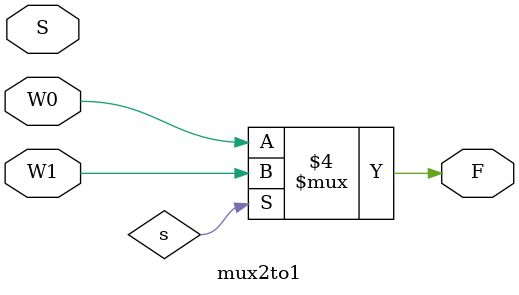
<source format=v>
/*
Joel Brigida
CDA 4240C: Digital Design Lab

This is a simple 2-1 mux example using IF-ELSE statements
*/

module mux2to1(W0, W1, S, F);
    input W0, W1, S;
    output reg F;

    always @(W0, W1, S) begin   // Sensitivity List
        if (s == 0)
            F = W0;
        else
            F = W1;
    end

endmodule
</source>
